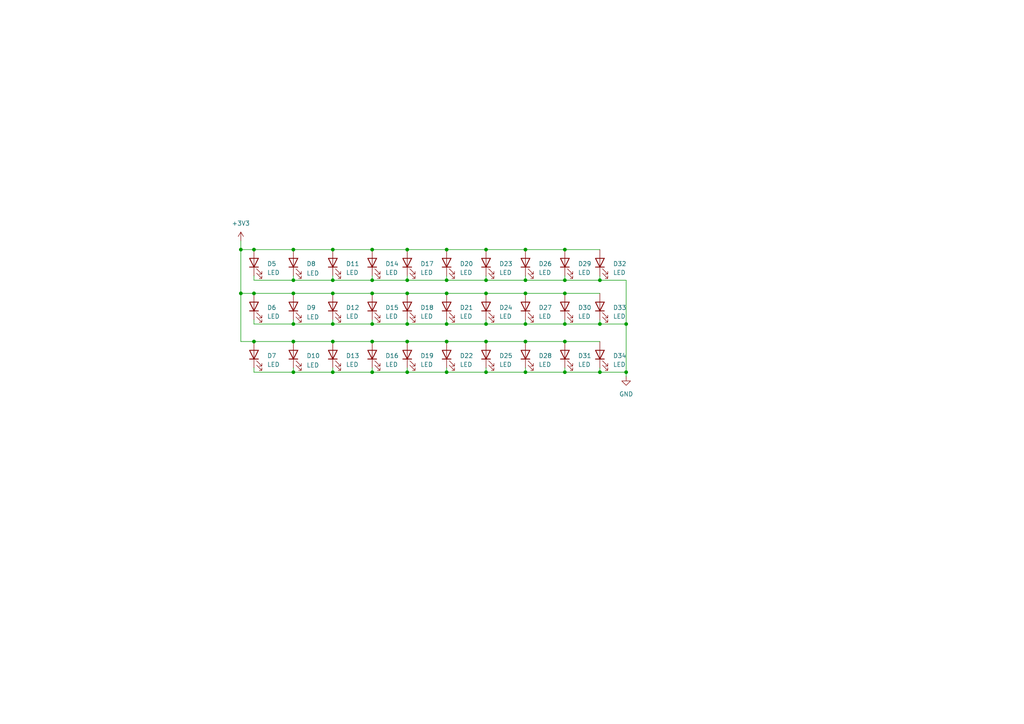
<source format=kicad_sch>
(kicad_sch (version 20231120) (generator "eeschema") (generator_version "8.0")
  (paper "A4")
  (lib_symbols
    (symbol "Device:LED" (pin_numbers hide) (pin_names (offset 1.016) hide)
      (property "Reference" "D" (at 0 2.54 0))
      (property "Value" "LED" (at 0 -2.54 0))
      (symbol "LED_0_1"
        (polyline (pts (xy -1.27 -1.27) (xy -1.27 1.27)) (stroke (width 0.254)))
        (polyline (pts (xy -1.27 0) (xy 1.27 0)))
        (polyline (pts (xy 1.27 -1.27) (xy 1.27 1.27) (xy -1.27 0) (xy 1.27 -1.27)) (stroke (width 0.254)))
        (polyline (pts (xy -3.048 -0.762) (xy -4.572 -2.286) (xy -3.81 -2.286) (xy -4.572 -2.286) (xy -4.572 -1.524)))
        (polyline (pts (xy -1.778 -0.762) (xy -3.302 -2.286) (xy -2.54 -2.286) (xy -3.302 -2.286) (xy -3.302 -1.524)))
      )
      (symbol "LED_1_1"
        (pin passive line (at -3.81 0 0) (length 2.54) (name "K") (number "1"))
        (pin passive line (at 3.81 0 180) (length 2.54) (name "A") (number "2"))
      )
    )
    (symbol "power:+3V3" (power) (pin_numbers hide) (pin_names (offset 0) hide)
      (property "Value" "+3V3" (at 0 3.556 0))
      (symbol "+3V3_0_1"
        (polyline (pts (xy -0.762 1.27) (xy 0 2.54)))
        (polyline (pts (xy 0 0) (xy 0 2.54)))
        (polyline (pts (xy 0 2.54) (xy 0.762 1.27)))
      )
      (symbol "+3V3_1_1"
        (pin power_in line (at 0 0 90) (length 0) (name "~") (number "1"))
      )
    )
    (symbol "power:GND" (power) (pin_numbers hide) (pin_names (offset 0) hide)
      (property "Value" "GND" (at 0 -3.81 0))
      (symbol "GND_0_1"
        (polyline (pts (xy 0 0) (xy 0 -1.27) (xy 1.27 -1.27) (xy 0 -2.54) (xy -1.27 -1.27) (xy 0 -1.27)))
      )
      (symbol "GND_1_1"
        (pin power_in line (at 0 0 270) (length 0) (name "~") (number "1"))
      )
    )
  )
  (junction (at 140.97 85.09))
  (junction (at 129.54 85.09))
  (junction (at 85.09 81.28))
  (junction (at 69.85 72.39))
  (junction (at 140.97 72.39))
  (junction (at 140.97 107.95))
  (junction (at 73.66 85.09))
  (junction (at 85.09 72.39))
  (junction (at 163.83 99.06))
  (junction (at 118.11 72.39))
  (junction (at 118.11 93.98))
  (junction (at 181.61 93.98))
  (junction (at 129.54 99.06))
  (junction (at 129.54 107.95))
  (junction (at 85.09 85.09))
  (junction (at 69.85 85.09))
  (junction (at 96.52 93.98))
  (junction (at 152.4 93.98))
  (junction (at 118.11 81.28))
  (junction (at 107.95 81.28))
  (junction (at 129.54 93.98))
  (junction (at 163.83 107.95))
  (junction (at 107.95 107.95))
  (junction (at 140.97 93.98))
  (junction (at 140.97 99.06))
  (junction (at 152.4 99.06))
  (junction (at 107.95 85.09))
  (junction (at 85.09 107.95))
  (junction (at 152.4 107.95))
  (junction (at 107.95 93.98))
  (junction (at 85.09 99.06))
  (junction (at 140.97 81.28))
  (junction (at 107.95 99.06))
  (junction (at 96.52 99.06))
  (junction (at 181.61 107.95))
  (junction (at 129.54 72.39))
  (junction (at 163.83 93.98))
  (junction (at 96.52 72.39))
  (junction (at 96.52 85.09))
  (junction (at 152.4 72.39))
  (junction (at 118.11 107.95))
  (junction (at 163.83 81.28))
  (junction (at 96.52 107.95))
  (junction (at 152.4 85.09))
  (junction (at 118.11 99.06))
  (junction (at 73.66 99.06))
  (junction (at 129.54 81.28))
  (junction (at 73.66 72.39))
  (junction (at 173.99 81.28))
  (junction (at 163.83 72.39))
  (junction (at 163.83 85.09))
  (junction (at 173.99 107.95))
  (junction (at 96.52 81.28))
  (junction (at 152.4 81.28))
  (junction (at 173.99 93.98))
  (junction (at 118.11 85.09))
  (junction (at 85.09 93.98))
  (junction (at 107.95 72.39))
  (wire (pts (xy 129.54 81.28) (xy 140.97 81.28)))
  (wire (pts (xy 152.4 92.71) (xy 152.4 93.98)))
  (wire (pts (xy 140.97 99.06) (xy 152.4 99.06)))
  (wire (pts (xy 140.97 80.01) (xy 140.97 81.28)))
  (wire (pts (xy 118.11 106.68) (xy 118.11 107.95)))
  (wire (pts (xy 173.99 93.98) (xy 181.61 93.98)))
  (wire (pts (xy 85.09 92.71) (xy 85.09 93.98)))
  (wire (pts (xy 118.11 72.39) (xy 129.54 72.39)))
  (wire (pts (xy 69.85 85.09) (xy 73.66 85.09)))
  (wire (pts (xy 140.97 92.71) (xy 140.97 93.98)))
  (wire (pts (xy 96.52 107.95) (xy 107.95 107.95)))
  (wire (pts (xy 96.52 81.28) (xy 107.95 81.28)))
  (wire (pts (xy 152.4 72.39) (xy 163.83 72.39)))
  (wire (pts (xy 96.52 85.09) (xy 107.95 85.09)))
  (wire (pts (xy 118.11 92.71) (xy 118.11 93.98)))
  (wire (pts (xy 163.83 107.95) (xy 173.99 107.95)))
  (wire (pts (xy 152.4 81.28) (xy 163.83 81.28)))
  (wire (pts (xy 173.99 92.71) (xy 173.99 93.98)))
  (wire (pts (xy 69.85 69.85) (xy 69.85 72.39)))
  (wire (pts (xy 163.83 92.71) (xy 163.83 93.98)))
  (wire (pts (xy 96.52 106.68) (xy 96.52 107.95)))
  (wire (pts (xy 163.83 85.09) (xy 173.99 85.09)))
  (wire (pts (xy 129.54 92.71) (xy 129.54 93.98)))
  (wire (pts (xy 152.4 85.09) (xy 163.83 85.09)))
  (wire (pts (xy 118.11 81.28) (xy 129.54 81.28)))
  (wire (pts (xy 181.61 81.28) (xy 181.61 93.98)))
  (wire (pts (xy 173.99 107.95) (xy 181.61 107.95)))
  (wire (pts (xy 73.66 72.39) (xy 85.09 72.39)))
  (wire (pts (xy 85.09 80.01) (xy 85.09 81.28)))
  (wire (pts (xy 118.11 93.98) (xy 129.54 93.98)))
  (wire (pts (xy 96.52 92.71) (xy 96.52 93.98)))
  (wire (pts (xy 107.95 81.28) (xy 118.11 81.28)))
  (wire (pts (xy 163.83 80.01) (xy 163.83 81.28)))
  (wire (pts (xy 173.99 106.68) (xy 173.99 107.95)))
  (wire (pts (xy 152.4 107.95) (xy 163.83 107.95)))
  (wire (pts (xy 96.52 99.06) (xy 107.95 99.06)))
  (wire (pts (xy 181.61 107.95) (xy 181.61 109.22)))
  (wire (pts (xy 163.83 106.68) (xy 163.83 107.95)))
  (wire (pts (xy 107.95 99.06) (xy 118.11 99.06)))
  (wire (pts (xy 107.95 92.71) (xy 107.95 93.98)))
  (wire (pts (xy 129.54 99.06) (xy 140.97 99.06)))
  (wire (pts (xy 85.09 72.39) (xy 96.52 72.39)))
  (wire (pts (xy 181.61 93.98) (xy 181.61 107.95)))
  (wire (pts (xy 73.66 81.28) (xy 85.09 81.28)))
  (wire (pts (xy 73.66 106.68) (xy 73.66 107.95)))
  (wire (pts (xy 140.97 106.68) (xy 140.97 107.95)))
  (wire (pts (xy 96.52 72.39) (xy 107.95 72.39)))
  (wire (pts (xy 107.95 107.95) (xy 118.11 107.95)))
  (wire (pts (xy 129.54 72.39) (xy 140.97 72.39)))
  (wire (pts (xy 107.95 85.09) (xy 118.11 85.09)))
  (wire (pts (xy 152.4 80.01) (xy 152.4 81.28)))
  (wire (pts (xy 118.11 85.09) (xy 129.54 85.09)))
  (wire (pts (xy 140.97 85.09) (xy 152.4 85.09)))
  (wire (pts (xy 73.66 80.01) (xy 73.66 81.28)))
  (wire (pts (xy 85.09 99.06) (xy 96.52 99.06)))
  (wire (pts (xy 85.09 81.28) (xy 96.52 81.28)))
  (wire (pts (xy 69.85 85.09) (xy 69.85 99.06)))
  (wire (pts (xy 129.54 107.95) (xy 140.97 107.95)))
  (wire (pts (xy 163.83 72.39) (xy 173.99 72.39)))
  (wire (pts (xy 173.99 81.28) (xy 181.61 81.28)))
  (wire (pts (xy 73.66 85.09) (xy 85.09 85.09)))
  (wire (pts (xy 85.09 93.98) (xy 96.52 93.98)))
  (wire (pts (xy 107.95 80.01) (xy 107.95 81.28)))
  (wire (pts (xy 152.4 93.98) (xy 163.83 93.98)))
  (wire (pts (xy 107.95 106.68) (xy 107.95 107.95)))
  (wire (pts (xy 129.54 85.09) (xy 140.97 85.09)))
  (wire (pts (xy 140.97 93.98) (xy 152.4 93.98)))
  (wire (pts (xy 140.97 72.39) (xy 152.4 72.39)))
  (wire (pts (xy 107.95 93.98) (xy 118.11 93.98)))
  (wire (pts (xy 69.85 72.39) (xy 69.85 85.09)))
  (wire (pts (xy 140.97 81.28) (xy 152.4 81.28)))
  (wire (pts (xy 69.85 72.39) (xy 73.66 72.39)))
  (wire (pts (xy 85.09 85.09) (xy 96.52 85.09)))
  (wire (pts (xy 163.83 99.06) (xy 173.99 99.06)))
  (wire (pts (xy 73.66 93.98) (xy 85.09 93.98)))
  (wire (pts (xy 163.83 93.98) (xy 173.99 93.98)))
  (wire (pts (xy 69.85 99.06) (xy 73.66 99.06)))
  (wire (pts (xy 73.66 99.06) (xy 85.09 99.06)))
  (wire (pts (xy 152.4 106.68) (xy 152.4 107.95)))
  (wire (pts (xy 73.66 107.95) (xy 85.09 107.95)))
  (wire (pts (xy 173.99 80.01) (xy 173.99 81.28)))
  (wire (pts (xy 129.54 93.98) (xy 140.97 93.98)))
  (wire (pts (xy 85.09 106.68) (xy 85.09 107.95)))
  (wire (pts (xy 163.83 81.28) (xy 173.99 81.28)))
  (wire (pts (xy 118.11 107.95) (xy 129.54 107.95)))
  (wire (pts (xy 118.11 80.01) (xy 118.11 81.28)))
  (wire (pts (xy 85.09 107.95) (xy 96.52 107.95)))
  (wire (pts (xy 107.95 72.39) (xy 118.11 72.39)))
  (wire (pts (xy 73.66 92.71) (xy 73.66 93.98)))
  (wire (pts (xy 96.52 93.98) (xy 107.95 93.98)))
  (wire (pts (xy 118.11 99.06) (xy 129.54 99.06)))
  (wire (pts (xy 96.52 80.01) (xy 96.52 81.28)))
  (wire (pts (xy 129.54 106.68) (xy 129.54 107.95)))
  (wire (pts (xy 140.97 107.95) (xy 152.4 107.95)))
  (wire (pts (xy 152.4 99.06) (xy 163.83 99.06)))
  (wire (pts (xy 129.54 80.01) (xy 129.54 81.28)))
  (symbol (lib_id "Device:LED") (at 96.52 102.87 90) (unit 1)
    (property "Reference" "D13" (at 100.33 103.1874 90) (effects (justify right)))
    (property "Value" "LED" (at 100.33 105.7274 90) (effects (justify right)))
    (property "Footprint" "2025:led0603" (effects (hide yes)))
    (property "Description" "Light emitting diode" (effects (hide yes)))
  )
  (symbol (lib_id "Device:LED") (at 152.4 102.87 90) (unit 1)
    (property "Reference" "D28" (at 156.21 103.1874 90) (effects (justify right)))
    (property "Value" "LED" (at 156.21 105.7274 90) (effects (justify right)))
    (property "Footprint" "2025:led0603" (effects (hide yes)))
    (property "Description" "Light emitting diode" (effects (hide yes)))
  )
  (symbol (lib_id "Device:LED") (at 140.97 88.9 90) (unit 1)
    (property "Reference" "D24" (at 144.78 89.2174 90) (effects (justify right)))
    (property "Value" "LED" (at 144.78 91.7574 90) (effects (justify right)))
    (property "Footprint" "2025:led0603" (effects (hide yes)))
    (property "Description" "Light emitting diode" (effects (hide yes)))
  )
  (symbol (lib_id "Device:LED") (at 152.4 76.2 90) (unit 1)
    (property "Reference" "D26" (at 156.21 76.5174 90) (effects (justify right)))
    (property "Value" "LED" (at 156.21 79.0574 90) (effects (justify right)))
    (property "Footprint" "2025:led0603" (effects (hide yes)))
    (property "Description" "Light emitting diode" (effects (hide yes)))
  )
  (symbol (lib_id "Device:LED") (at 85.09 76.2 90) (unit 1)
    (property "Reference" "D8" (at 88.9 76.5174 90) (effects (justify right)))
    (property "Value" "LED" (at 88.9 79.248 90) (effects (justify right)))
    (property "Footprint" "2025:led0603" (effects (hide yes)))
    (property "Description" "Light emitting diode" (effects (hide yes)))
  )
  (symbol (lib_id "Device:LED") (at 85.09 88.9 90) (unit 1)
    (property "Reference" "D9" (at 88.9 89.2174 90) (effects (justify right)))
    (property "Value" "LED" (at 88.9 91.948 90) (effects (justify right)))
    (property "Footprint" "2025:led0603" (effects (hide yes)))
    (property "Description" "Light emitting diode" (effects (hide yes)))
  )
  (symbol (lib_id "Device:LED") (at 96.52 88.9 90) (unit 1)
    (property "Reference" "D12" (at 100.33 89.2174 90) (effects (justify right)))
    (property "Value" "LED" (at 100.33 91.7574 90) (effects (justify right)))
    (property "Footprint" "2025:led0603" (effects (hide yes)))
    (property "Description" "Light emitting diode" (effects (hide yes)))
  )
  (symbol (lib_id "Device:LED") (at 73.66 76.2 90) (unit 1)
    (property "Reference" "D5" (at 77.47 76.5174 90) (effects (justify right)))
    (property "Value" "LED" (at 77.47 79.0574 90) (effects (justify right)))
    (property "Footprint" "2025:led0603" (effects (hide yes)))
    (property "Description" "Light emitting diode" (effects (hide yes)))
  )
  (symbol (lib_id "Device:LED") (at 173.99 76.2 90) (unit 1)
    (property "Reference" "D32" (at 177.8 76.5174 90) (effects (justify right)))
    (property "Value" "LED" (at 177.8 79.0574 90) (effects (justify right)))
    (property "Footprint" "2025:led0603" (effects (hide yes)))
    (property "Description" "Light emitting diode" (effects (hide yes)))
  )
  (symbol (lib_id "Device:LED") (at 118.11 102.87 90) (unit 1)
    (property "Reference" "D19" (at 121.92 103.1874 90) (effects (justify right)))
    (property "Value" "LED" (at 121.92 105.7274 90) (effects (justify right)))
    (property "Footprint" "2025:led0603" (effects (hide yes)))
    (property "Description" "Light emitting diode" (effects (hide yes)))
  )
  (symbol (lib_id "Device:LED") (at 152.4 88.9 90) (unit 1)
    (property "Reference" "D27" (at 156.21 89.2174 90) (effects (justify right)))
    (property "Value" "LED" (at 156.21 91.7574 90) (effects (justify right)))
    (property "Footprint" "2025:led0603" (effects (hide yes)))
    (property "Description" "Light emitting diode" (effects (hide yes)))
  )
  (symbol (lib_id "Device:LED") (at 129.54 88.9 90) (unit 1)
    (property "Reference" "D21" (at 133.35 89.2174 90) (effects (justify right)))
    (property "Value" "LED" (at 133.35 91.7574 90) (effects (justify right)))
    (property "Footprint" "2025:led0603" (effects (hide yes)))
    (property "Description" "Light emitting diode" (effects (hide yes)))
  )
  (symbol (lib_id "power:GND") (at 181.61 109.22 0) (mirror y) (unit 1)
    (property "Reference" "#PWR050" (effects (hide yes)))
    (property "Value" "GND" (at 181.61 114.3 0))
    (property "Description" "Power symbol creates a global label with name \"GND\" , ground" (effects (hide yes)))
  )
  (symbol (lib_id "Device:LED") (at 163.83 76.2 90) (unit 1)
    (property "Reference" "D29" (at 167.64 76.5174 90) (effects (justify right)))
    (property "Value" "LED" (at 167.64 79.0574 90) (effects (justify right)))
    (property "Footprint" "2025:led0603" (effects (hide yes)))
    (property "Description" "Light emitting diode" (effects (hide yes)))
  )
  (symbol (lib_id "Device:LED") (at 129.54 102.87 90) (unit 1)
    (property "Reference" "D22" (at 133.35 103.1874 90) (effects (justify right)))
    (property "Value" "LED" (at 133.35 105.7274 90) (effects (justify right)))
    (property "Footprint" "2025:led0603" (effects (hide yes)))
    (property "Description" "Light emitting diode" (effects (hide yes)))
  )
  (symbol (lib_id "Device:LED") (at 107.95 76.2 90) (unit 1)
    (property "Reference" "D14" (at 111.76 76.5174 90) (effects (justify right)))
    (property "Value" "LED" (at 111.76 79.0574 90) (effects (justify right)))
    (property "Footprint" "2025:led0603" (effects (hide yes)))
    (property "Description" "Light emitting diode" (effects (hide yes)))
  )
  (symbol (lib_id "Device:LED") (at 140.97 102.87 90) (unit 1)
    (property "Reference" "D25" (at 144.78 103.1874 90) (effects (justify right)))
    (property "Value" "LED" (at 144.78 105.7274 90) (effects (justify right)))
    (property "Footprint" "2025:led0603" (effects (hide yes)))
    (property "Description" "Light emitting diode" (effects (hide yes)))
  )
  (symbol (lib_id "Device:LED") (at 73.66 88.9 90) (unit 1)
    (property "Reference" "D6" (at 77.47 89.2174 90) (effects (justify right)))
    (property "Value" "LED" (at 77.47 91.7574 90) (effects (justify right)))
    (property "Footprint" "2025:led0603" (effects (hide yes)))
    (property "Description" "Light emitting diode" (effects (hide yes)))
  )
  (symbol (lib_id "Device:LED") (at 163.83 102.87 90) (unit 1)
    (property "Reference" "D31" (at 167.64 103.1874 90) (effects (justify right)))
    (property "Value" "LED" (at 167.64 105.7274 90) (effects (justify right)))
    (property "Footprint" "2025:led0603" (effects (hide yes)))
    (property "Description" "Light emitting diode" (effects (hide yes)))
  )
  (symbol (lib_id "power:+3V3") (at 69.85 69.85 0) (mirror y) (unit 1)
    (property "Reference" "#PWR049" (effects (hide yes)))
    (property "Value" "+3V3" (at 69.85 64.77 0))
    (property "Description" "Power symbol creates a global label with name \"+3V3\"" (effects (hide yes)))
  )
  (symbol (lib_id "Device:LED") (at 129.54 76.2 90) (unit 1)
    (property "Reference" "D20" (at 133.35 76.5174 90) (effects (justify right)))
    (property "Value" "LED" (at 133.35 79.0574 90) (effects (justify right)))
    (property "Footprint" "2025:led0603" (effects (hide yes)))
    (property "Description" "Light emitting diode" (effects (hide yes)))
  )
  (symbol (lib_id "Device:LED") (at 107.95 102.87 90) (unit 1)
    (property "Reference" "D16" (at 111.76 103.1874 90) (effects (justify right)))
    (property "Value" "LED" (at 111.76 105.7274 90) (effects (justify right)))
    (property "Footprint" "2025:led0603" (effects (hide yes)))
    (property "Description" "Light emitting diode" (effects (hide yes)))
  )
  (symbol (lib_id "Device:LED") (at 73.66 102.87 90) (unit 1)
    (property "Reference" "D7" (at 77.47 103.1874 90) (effects (justify right)))
    (property "Value" "LED" (at 77.47 105.7274 90) (effects (justify right)))
    (property "Footprint" "2025:led0603" (effects (hide yes)))
    (property "Description" "Light emitting diode" (effects (hide yes)))
  )
  (symbol (lib_id "Device:LED") (at 118.11 88.9 90) (unit 1)
    (property "Reference" "D18" (at 121.92 89.2174 90) (effects (justify right)))
    (property "Value" "LED" (at 121.92 91.7574 90) (effects (justify right)))
    (property "Footprint" "2025:led0603" (effects (hide yes)))
    (property "Description" "Light emitting diode" (effects (hide yes)))
  )
  (symbol (lib_id "Device:LED") (at 96.52 76.2 90) (unit 1)
    (property "Reference" "D11" (at 100.33 76.5174 90) (effects (justify right)))
    (property "Value" "LED" (at 100.33 79.0574 90) (effects (justify right)))
    (property "Footprint" "2025:led0603" (effects (hide yes)))
    (property "Description" "Light emitting diode" (effects (hide yes)))
  )
  (symbol (lib_id "Device:LED") (at 107.95 88.9 90) (unit 1)
    (property "Reference" "D15" (at 111.76 89.2174 90) (effects (justify right)))
    (property "Value" "LED" (at 111.76 91.7574 90) (effects (justify right)))
    (property "Footprint" "2025:led0603" (effects (hide yes)))
    (property "Description" "Light emitting diode" (effects (hide yes)))
  )
  (symbol (lib_id "Device:LED") (at 140.97 76.2 90) (unit 1)
    (property "Reference" "D23" (at 144.78 76.5174 90) (effects (justify right)))
    (property "Value" "LED" (at 144.78 79.0574 90) (effects (justify right)))
    (property "Footprint" "2025:led0603" (effects (hide yes)))
    (property "Description" "Light emitting diode" (effects (hide yes)))
  )
  (symbol (lib_id "Device:LED") (at 173.99 102.87 90) (unit 1)
    (property "Reference" "D34" (at 177.8 103.1874 90) (effects (justify right)))
    (property "Value" "LED" (at 177.8 105.7274 90) (effects (justify right)))
    (property "Footprint" "2025:led0603" (effects (hide yes)))
    (property "Description" "Light emitting diode" (effects (hide yes)))
  )
  (symbol (lib_id "Device:LED") (at 85.09 102.87 90) (unit 1)
    (property "Reference" "D10" (at 88.9 103.1874 90) (effects (justify right)))
    (property "Value" "LED" (at 88.9 105.918 90) (effects (justify right)))
    (property "Footprint" "2025:led0603" (effects (hide yes)))
    (property "Description" "Light emitting diode" (effects (hide yes)))
  )
  (symbol (lib_id "Device:LED") (at 163.83 88.9 90) (unit 1)
    (property "Reference" "D30" (at 167.64 89.2174 90) (effects (justify right)))
    (property "Value" "LED" (at 167.64 91.7574 90) (effects (justify right)))
    (property "Footprint" "2025:led0603" (effects (hide yes)))
    (property "Description" "Light emitting diode" (effects (hide yes)))
  )
  (symbol (lib_id "Device:LED") (at 118.11 76.2 90) (unit 1)
    (property "Reference" "D17" (at 121.92 76.5174 90) (effects (justify right)))
    (property "Value" "LED" (at 121.92 79.0574 90) (effects (justify right)))
    (property "Footprint" "2025:led0603" (effects (hide yes)))
    (property "Description" "Light emitting diode" (effects (hide yes)))
  )
  (symbol (lib_id "Device:LED") (at 173.99 88.9 90) (unit 1)
    (property "Reference" "D33" (at 177.8 89.2174 90) (effects (justify right)))
    (property "Value" "LED" (at 177.8 91.7574 90) (effects (justify right)))
    (property "Footprint" "2025:led0603" (effects (hide yes)))
    (property "Description" "Light emitting diode" (effects (hide yes)))
  )
)
</source>
